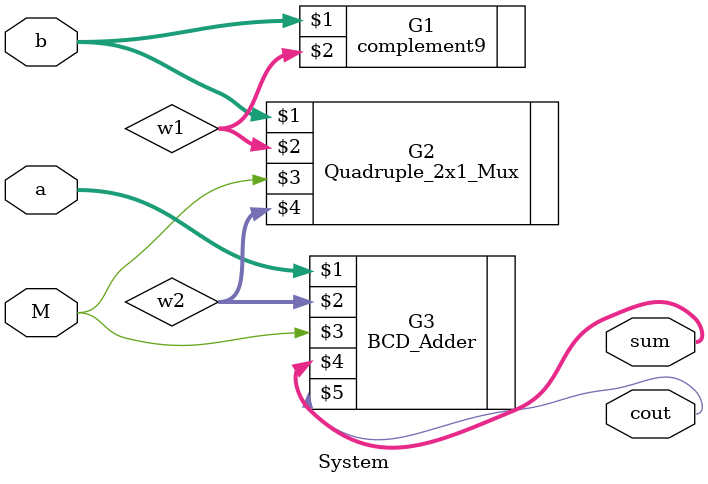
<source format=v>

module System(a,b,M,sum,cout);
input [3:0] a,b;
input M;
output [3:0] sum;
output cout;
wire [3:0] w1,w2;
complement9 G1(b,w1);
Quadruple_2x1_Mux G2(b,w1,M,w2);
BCD_Adder G3(a,w2,M,sum,cout);
endmodule 




</source>
